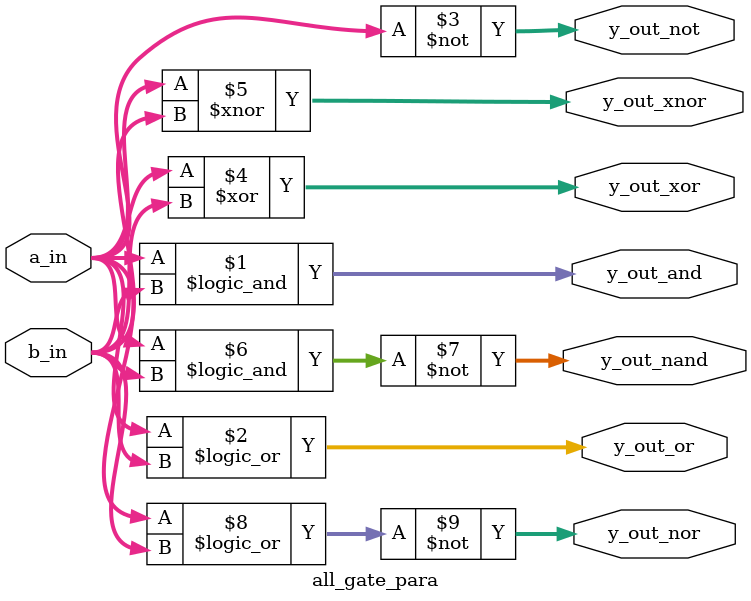
<source format=v>
`timescale 1ns / 1ps


module all_gate_para #(parameter DATA_WIDTH = 8)(
                       input [DATA_WIDTH - 1:0]a_in,
                       input [DATA_WIDTH - 1:0]b_in,
                       output [DATA_WIDTH - 1:0]y_out_and,
                       output [DATA_WIDTH - 1:0]y_out_or,
                       output [DATA_WIDTH - 1:0]y_out_not,
                       output [DATA_WIDTH - 1:0]y_out_xor,
                       output [DATA_WIDTH - 1:0]y_out_xnor,
                       output [DATA_WIDTH - 1:0]y_out_nand,
                       output [DATA_WIDTH - 1:0]y_out_nor
                       
                       //output [DATA_WIDTH - 1:0][6:0]y_out
                       
);


 assign y_out_and = a_in && b_in;
 assign y_out_or = a_in || b_in;
 assign y_out_not = ~(a_in);
 assign y_out_xor = a_in ^ b_in;
 assign y_out_xnor = a_in ~^ b_in;
 assign y_out_nand = ~(a_in && b_in);
 assign y_out_nor = ~(a_in || b_in);

endmodule

</source>
